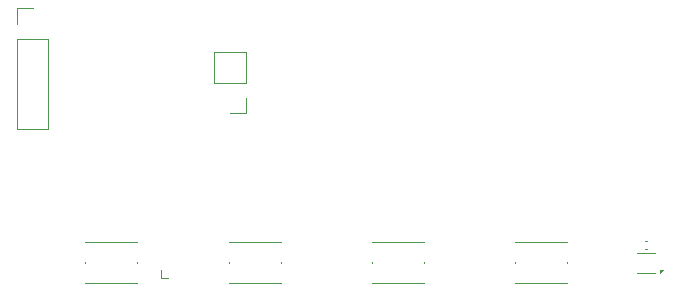
<source format=gbr>
%TF.GenerationSoftware,KiCad,Pcbnew,8.99.0-unknown-7a4b3602b9~181~ubuntu24.04.1*%
%TF.CreationDate,2024-12-15T13:41:47-05:00*%
%TF.ProjectId,nRF54L_ePaper,6e524635-344c-45f6-9550-617065722e6b,rev?*%
%TF.SameCoordinates,Original*%
%TF.FileFunction,Legend,Top*%
%TF.FilePolarity,Positive*%
%FSLAX46Y46*%
G04 Gerber Fmt 4.6, Leading zero omitted, Abs format (unit mm)*
G04 Created by KiCad (PCBNEW 8.99.0-unknown-7a4b3602b9~181~ubuntu24.04.1) date 2024-12-15 13:41:47*
%MOMM*%
%LPD*%
G01*
G04 APERTURE LIST*
%ADD10C,0.120000*%
G04 APERTURE END LIST*
D10*
%TO.C,JP2*%
X116970000Y-55505000D02*
X116970000Y-52905000D01*
X119630000Y-52905000D02*
X116970000Y-52905000D01*
X119630000Y-55505000D02*
X116970000Y-55505000D01*
X119630000Y-55505000D02*
X119630000Y-52905000D01*
X119630000Y-56775000D02*
X119630000Y-58105000D01*
X119630000Y-58105000D02*
X118300000Y-58105000D01*
%TO.C,SW3*%
X130343750Y-70800000D02*
X130343750Y-70700000D01*
X130343750Y-72500000D02*
X134743750Y-72500000D01*
X134743750Y-69000000D02*
X130343750Y-69000000D01*
X134743750Y-70800000D02*
X134743750Y-70700000D01*
%TO.C,J1*%
X100270000Y-49170000D02*
X101600000Y-49170000D01*
X100270000Y-50500000D02*
X100270000Y-49170000D01*
X100270000Y-51770000D02*
X100270000Y-59450000D01*
X100270000Y-51770000D02*
X102930000Y-51770000D01*
X100270000Y-59450000D02*
X102930000Y-59450000D01*
X102930000Y-51770000D02*
X102930000Y-59450000D01*
%TO.C,C25*%
X153412164Y-68890000D02*
X153627836Y-68890000D01*
X153412164Y-69610000D02*
X153627836Y-69610000D01*
%TO.C,SW4*%
X142481250Y-70800000D02*
X142481250Y-70700000D01*
X142481250Y-72500000D02*
X146881250Y-72500000D01*
X146881250Y-69000000D02*
X142481250Y-69000000D01*
X146881250Y-70800000D02*
X146881250Y-70700000D01*
%TO.C,SW2*%
X118206250Y-70800000D02*
X118206250Y-70700000D01*
X118206250Y-72500000D02*
X122606250Y-72500000D01*
X122606250Y-69000000D02*
X118206250Y-69000000D01*
X122606250Y-70800000D02*
X122606250Y-70700000D01*
%TO.C,U2*%
X154270000Y-69890000D02*
X152770000Y-69890000D01*
X154270000Y-71610000D02*
X152770000Y-71610000D01*
X154720000Y-71630000D02*
X154720000Y-71350000D01*
X155000000Y-71350000D01*
X154720000Y-71630000D01*
G36*
X154720000Y-71630000D02*
G01*
X154720000Y-71350000D01*
X155000000Y-71350000D01*
X154720000Y-71630000D01*
G37*
%TO.C,SW1*%
X106068750Y-70800000D02*
X106068750Y-70700000D01*
X106068750Y-72500000D02*
X110468750Y-72500000D01*
X110468750Y-69000000D02*
X106068750Y-69000000D01*
X110468750Y-70800000D02*
X110468750Y-70700000D01*
%TO.C,J4*%
X112432500Y-72020000D02*
X112432500Y-71385000D01*
X113067500Y-72020000D02*
X112432500Y-72020000D01*
%TD*%
M02*

</source>
